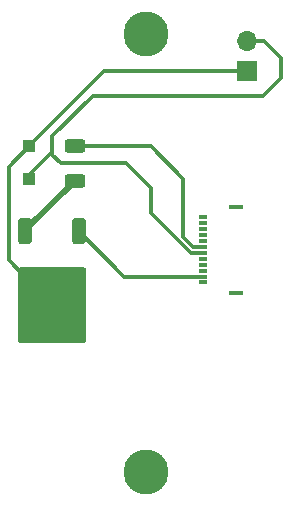
<source format=gbr>
%TF.GenerationSoftware,KiCad,Pcbnew,8.0.2*%
%TF.CreationDate,2024-06-01T22:35:26-05:00*%
%TF.ProjectId,VIK-Solenoid,56494b2d-536f-46c6-956e-6f69642e6b69,rev?*%
%TF.SameCoordinates,Original*%
%TF.FileFunction,Copper,L2,Bot*%
%TF.FilePolarity,Positive*%
%FSLAX46Y46*%
G04 Gerber Fmt 4.6, Leading zero omitted, Abs format (unit mm)*
G04 Created by KiCad (PCBNEW 8.0.2) date 2024-06-01 22:35:26*
%MOMM*%
%LPD*%
G01*
G04 APERTURE LIST*
G04 Aperture macros list*
%AMRoundRect*
0 Rectangle with rounded corners*
0 $1 Rounding radius*
0 $2 $3 $4 $5 $6 $7 $8 $9 X,Y pos of 4 corners*
0 Add a 4 corners polygon primitive as box body*
4,1,4,$2,$3,$4,$5,$6,$7,$8,$9,$2,$3,0*
0 Add four circle primitives for the rounded corners*
1,1,$1+$1,$2,$3*
1,1,$1+$1,$4,$5*
1,1,$1+$1,$6,$7*
1,1,$1+$1,$8,$9*
0 Add four rect primitives between the rounded corners*
20,1,$1+$1,$2,$3,$4,$5,0*
20,1,$1+$1,$4,$5,$6,$7,0*
20,1,$1+$1,$6,$7,$8,$9,0*
20,1,$1+$1,$8,$9,$2,$3,0*%
G04 Aperture macros list end*
%TA.AperFunction,ComponentPad*%
%ADD10R,1.700000X1.700000*%
%TD*%
%TA.AperFunction,ComponentPad*%
%ADD11O,1.700000X1.700000*%
%TD*%
%TA.AperFunction,ComponentPad*%
%ADD12C,3.800000*%
%TD*%
%TA.AperFunction,SMDPad,CuDef*%
%ADD13R,0.650000X0.300000*%
%TD*%
%TA.AperFunction,SMDPad,CuDef*%
%ADD14R,1.150000X0.300000*%
%TD*%
%TA.AperFunction,SMDPad,CuDef*%
%ADD15RoundRect,0.250000X0.625000X-0.312500X0.625000X0.312500X-0.625000X0.312500X-0.625000X-0.312500X0*%
%TD*%
%TA.AperFunction,SMDPad,CuDef*%
%ADD16RoundRect,0.250000X0.300000X-0.300000X0.300000X0.300000X-0.300000X0.300000X-0.300000X-0.300000X0*%
%TD*%
%TA.AperFunction,SMDPad,CuDef*%
%ADD17RoundRect,0.250000X-0.350000X0.850000X-0.350000X-0.850000X0.350000X-0.850000X0.350000X0.850000X0*%
%TD*%
%TA.AperFunction,SMDPad,CuDef*%
%ADD18RoundRect,0.250000X-1.125000X1.275000X-1.125000X-1.275000X1.125000X-1.275000X1.125000X1.275000X0*%
%TD*%
%TA.AperFunction,SMDPad,CuDef*%
%ADD19RoundRect,0.249997X-2.650003X2.950003X-2.650003X-2.950003X2.650003X-2.950003X2.650003X2.950003X0*%
%TD*%
%TA.AperFunction,Conductor*%
%ADD20C,0.300000*%
%TD*%
%TA.AperFunction,Conductor*%
%ADD21C,0.500000*%
%TD*%
G04 APERTURE END LIST*
D10*
%TO.P,J1,1,Pin_1*%
%TO.N,Net-(D1-A)*%
X200650000Y-71985000D03*
D11*
%TO.P,J1,2,Pin_2*%
%TO.N,+5V*%
X200650000Y-69445000D03*
%TD*%
D12*
%TO.P,REF\u002A\u002A,1*%
%TO.N,N/C*%
X192050000Y-68890000D03*
X192050000Y-105890000D03*
%TD*%
D13*
%TO.P,J2,1,SCLK*%
%TO.N,unconnected-(J2-SCLK-Pad1)*%
X196890000Y-84380000D03*
%TO.P,J2,2,MISO*%
%TO.N,unconnected-(J2-MISO-Pad2)*%
X196890000Y-84880000D03*
%TO.P,J2,3,SPI_CS*%
%TO.N,unconnected-(J2-SPI_CS-Pad3)*%
X196890000Y-85380000D03*
%TO.P,J2,4,GP_AD2*%
%TO.N,unconnected-(J2-GP_AD2-Pad4)*%
X196890000Y-85880000D03*
%TO.P,J2,5,MOSI*%
%TO.N,unconnected-(J2-MOSI-Pad5)*%
X196890000Y-86380000D03*
%TO.P,J2,6,GP_AD1*%
%TO.N,Solenoid*%
X196890000Y-86880000D03*
%TO.P,J2,7,5V*%
%TO.N,+5V*%
X196890000Y-87380000D03*
%TO.P,J2,8,RGB_DO*%
%TO.N,unconnected-(J2-RGB_DO-Pad8)*%
X196890000Y-87880000D03*
%TO.P,J2,9,SCL*%
%TO.N,unconnected-(J2-SCL-Pad9)*%
X196890000Y-88380000D03*
%TO.P,J2,10,SDA*%
%TO.N,unconnected-(J2-SDA-Pad10)*%
X196890000Y-88880000D03*
%TO.P,J2,11,GND*%
%TO.N,GND*%
X196890000Y-89380000D03*
%TO.P,J2,12,3V3*%
%TO.N,unconnected-(J2-3V3-Pad12)*%
X196890000Y-89880000D03*
D14*
%TO.P,J2,13*%
%TO.N,N/C*%
X199700000Y-90765000D03*
%TO.P,J2,14*%
X199700000Y-83495000D03*
%TD*%
D15*
%TO.P,R1,1*%
%TO.N,Net-(Q1-B)*%
X186027500Y-81252500D03*
%TO.P,R1,2*%
%TO.N,Solenoid*%
X186027500Y-78327500D03*
%TD*%
D16*
%TO.P,D1,1,K*%
%TO.N,+5V*%
X182190000Y-81117500D03*
%TO.P,D1,2,A*%
%TO.N,Net-(D1-A)*%
X182190000Y-78317500D03*
%TD*%
D17*
%TO.P,Q1,1,B*%
%TO.N,Net-(Q1-B)*%
X181820000Y-85530000D03*
D18*
%TO.P,Q1,2,C*%
%TO.N,Net-(D1-A)*%
X185625000Y-90155000D03*
X182575000Y-90155000D03*
D19*
X184100000Y-91830000D03*
D18*
X185625000Y-93505000D03*
X182575000Y-93505000D03*
D17*
%TO.P,Q1,3,E*%
%TO.N,GND*%
X186380000Y-85530000D03*
%TD*%
D20*
%TO.N,+5V*%
X184120000Y-79060000D02*
X184120000Y-78840000D01*
X184850000Y-79790000D02*
X184120000Y-79060000D01*
X190360000Y-79790000D02*
X184850000Y-79790000D01*
X192490000Y-81920000D02*
X190360000Y-79790000D01*
X192490000Y-84020000D02*
X192490000Y-81920000D01*
X194050000Y-85580000D02*
X192490000Y-84020000D01*
X194050000Y-85587106D02*
X194050000Y-85580000D01*
X195842894Y-87380000D02*
X194050000Y-85587106D01*
X196890000Y-87380000D02*
X195842894Y-87380000D01*
%TO.N,Solenoid*%
X196050000Y-86880000D02*
X196890000Y-86880000D01*
X195230000Y-86060000D02*
X196050000Y-86880000D01*
X186027500Y-78327500D02*
X192457500Y-78327500D01*
X192457500Y-78327500D02*
X195230000Y-81100000D01*
X195230000Y-81100000D02*
X195230000Y-86060000D01*
%TO.N,+5V*%
X203470000Y-70900000D02*
X202015000Y-69445000D01*
X203470000Y-72570000D02*
X203470000Y-70900000D01*
X201970000Y-74070000D02*
X203470000Y-72570000D01*
X187540000Y-74070000D02*
X201970000Y-74070000D01*
X202015000Y-69445000D02*
X200650000Y-69445000D01*
X184120000Y-77490000D02*
X187540000Y-74070000D01*
X184120000Y-78840000D02*
X184120000Y-77490000D01*
X182190000Y-81117500D02*
X182190000Y-80770000D01*
X182190000Y-80770000D02*
X184120000Y-78840000D01*
%TO.N,Net-(D1-A)*%
X182190000Y-78317500D02*
X188522500Y-71985000D01*
X188522500Y-71985000D02*
X200650000Y-71985000D01*
X182575000Y-90155000D02*
X180430000Y-88010000D01*
X180430000Y-88010000D02*
X180430000Y-80077500D01*
X180430000Y-80077500D02*
X182190000Y-78317500D01*
%TO.N,GND*%
X190230000Y-89380000D02*
X196890000Y-89380000D01*
X190230000Y-89380000D02*
X186380000Y-85530000D01*
D21*
%TO.N,Net-(Q1-B)*%
X181820000Y-85460000D02*
X181820000Y-85530000D01*
X186027500Y-81252500D02*
X181820000Y-85460000D01*
X186027500Y-81322500D02*
X186027500Y-81252500D01*
%TD*%
M02*

</source>
